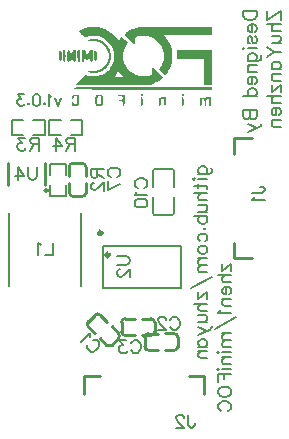
<source format=gbo>
G04 Layer: BottomSilkLayer*
G04 EasyEDA v6.4.20.6, 2021-08-18T09:30:06+08:00*
G04 2d57448aed11401ea87c12970cfe30e9,34bb6763e28e4bbdb854ef51fa08daf4,10*
G04 Gerber Generator version 0.2*
G04 Scale: 100 percent, Rotated: No, Reflected: No *
G04 Dimensions in millimeters *
G04 leading zeros omitted , absolute positions ,4 integer and 5 decimal *
%FSLAX45Y45*%
%MOMM*%

%ADD10C,0.2540*%
%ADD11C,0.2000*%
%ADD32C,0.3000*%
%ADD42C,0.1524*%
%ADD44C,0.2032*%

%LPD*%
G36*
X312216Y-557530D02*
G01*
X303682Y-557885D01*
X286562Y-560019D01*
X262788Y-563727D01*
X251206Y-566826D01*
X237947Y-571144D01*
X224637Y-576122D01*
X189839Y-591413D01*
X209804Y-616102D01*
X217474Y-624332D01*
X225094Y-631596D01*
X231749Y-636930D01*
X234442Y-638606D01*
X240690Y-641197D01*
X246837Y-642213D01*
X253441Y-641553D01*
X264566Y-638200D01*
X269697Y-637184D01*
X275894Y-636270D01*
X290830Y-634847D01*
X307441Y-634136D01*
X322275Y-634187D01*
X334619Y-634796D01*
X346202Y-635965D01*
X356971Y-637590D01*
X366725Y-639673D01*
X375259Y-642162D01*
X379069Y-643585D01*
X384149Y-645922D01*
X389940Y-648919D01*
X396189Y-652526D01*
X409295Y-661009D01*
X415747Y-665632D01*
X427532Y-674979D01*
X435864Y-682752D01*
X443687Y-691134D01*
X450951Y-700227D01*
X457758Y-710031D01*
X460959Y-715162D01*
X466953Y-726033D01*
X473303Y-739190D01*
X478688Y-751738D01*
X480720Y-757275D01*
X482244Y-762508D01*
X483463Y-767740D01*
X484276Y-773125D01*
X484784Y-778916D01*
X485038Y-785215D01*
X484835Y-800404D01*
X484073Y-818184D01*
X482904Y-832815D01*
X481126Y-845058D01*
X478485Y-855980D01*
X476758Y-861263D01*
X472287Y-872083D01*
X466343Y-884123D01*
X460756Y-893978D01*
X454304Y-903630D01*
X447192Y-912977D01*
X439521Y-921867D01*
X431342Y-930097D01*
X427177Y-933958D01*
X418642Y-940917D01*
X409600Y-947369D01*
X399999Y-953363D01*
X390144Y-958697D01*
X380339Y-963269D01*
X370789Y-966978D01*
X361086Y-969822D01*
X350926Y-972058D01*
X340614Y-973683D01*
X330047Y-974648D01*
X319125Y-974953D01*
X307695Y-974598D01*
X294487Y-973582D01*
X280009Y-972058D01*
X267004Y-970381D01*
X257048Y-968756D01*
X250952Y-967536D01*
X248158Y-967435D01*
X245364Y-967841D01*
X242316Y-968806D01*
X238963Y-970483D01*
X235204Y-972921D01*
X230886Y-976121D01*
X224944Y-981151D01*
X489864Y-981151D01*
X513537Y-948283D01*
X522985Y-935634D01*
X524611Y-933754D01*
X530047Y-940714D01*
X558749Y-981151D01*
X224944Y-981151D01*
X213664Y-991514D01*
X197459Y-1007313D01*
X154432Y-1049934D01*
X798423Y-1046937D01*
X844092Y-1025398D01*
X851916Y-1021334D01*
X866495Y-1012952D01*
X878382Y-1005128D01*
X882853Y-1001725D01*
X886002Y-998778D01*
X897890Y-986129D01*
X847750Y-935736D01*
X832205Y-920750D01*
X819810Y-909370D01*
X815289Y-905510D01*
X812088Y-903071D01*
X810412Y-902208D01*
X808837Y-904646D01*
X807516Y-911250D01*
X806653Y-921003D01*
X806348Y-932942D01*
X806348Y-963676D01*
X785977Y-969771D01*
X781253Y-970991D01*
X775563Y-972159D01*
X762203Y-974090D01*
X747623Y-975410D01*
X733552Y-975868D01*
X726084Y-975664D01*
X718312Y-975106D01*
X710387Y-974191D01*
X702411Y-972972D01*
X694537Y-971397D01*
X686917Y-969568D01*
X679653Y-967486D01*
X672846Y-965200D01*
X666597Y-962609D01*
X659841Y-959358D01*
X645566Y-951382D01*
X631748Y-942340D01*
X625551Y-937717D01*
X620115Y-933246D01*
X612495Y-925931D01*
X605028Y-917600D01*
X597916Y-908405D01*
X591159Y-898448D01*
X584911Y-887882D01*
X579221Y-876858D01*
X573125Y-863498D01*
X568655Y-851966D01*
X566978Y-846582D01*
X565607Y-841298D01*
X564540Y-835964D01*
X563118Y-824687D01*
X562559Y-811733D01*
X562508Y-796594D01*
X563118Y-783336D01*
X563727Y-777494D01*
X564642Y-772007D01*
X565810Y-766572D01*
X567385Y-761187D01*
X569315Y-755599D01*
X571652Y-749655D01*
X577850Y-736041D01*
X601065Y-689457D01*
X578916Y-666851D01*
X569874Y-658114D01*
X561594Y-650951D01*
X555040Y-646074D01*
X551129Y-644296D01*
X548132Y-645617D01*
X544169Y-649224D01*
X539800Y-654558D01*
X535533Y-661111D01*
X525627Y-677875D01*
X517601Y-665022D01*
X512368Y-658012D01*
X504088Y-648360D01*
X493928Y-637387D01*
X482955Y-626364D01*
X478790Y-622452D01*
X469341Y-614527D01*
X458724Y-606602D01*
X447344Y-598982D01*
X435609Y-591870D01*
X423824Y-585520D01*
X412648Y-580288D01*
X400862Y-575462D01*
X388467Y-570941D01*
X376072Y-566928D01*
X364388Y-563676D01*
X354076Y-561289D01*
X343255Y-559714D01*
X330098Y-558393D01*
G37*
G36*
X767181Y-558139D02*
G01*
X725474Y-558495D01*
X716940Y-559206D01*
X697331Y-561543D01*
X687933Y-562965D01*
X682904Y-563981D01*
X669848Y-567740D01*
X654202Y-573278D01*
X637844Y-579932D01*
X622401Y-587095D01*
X607720Y-594969D01*
X601014Y-598881D01*
X589889Y-606196D01*
X585876Y-609346D01*
X583082Y-611987D01*
X572973Y-623417D01*
X623062Y-673862D01*
X638556Y-688898D01*
X650900Y-700278D01*
X658571Y-706577D01*
X660247Y-707440D01*
X661771Y-705002D01*
X663041Y-698347D01*
X663905Y-688441D01*
X664260Y-666394D01*
X664565Y-658723D01*
X665226Y-652983D01*
X666496Y-648766D01*
X668477Y-645718D01*
X671423Y-643432D01*
X675487Y-641502D01*
X680821Y-639572D01*
X684936Y-638403D01*
X690372Y-637336D01*
X704240Y-635558D01*
X720547Y-634390D01*
X737362Y-634085D01*
X749808Y-634441D01*
X761695Y-635304D01*
X772871Y-636727D01*
X783082Y-638556D01*
X792226Y-640892D01*
X800150Y-643585D01*
X805230Y-645922D01*
X810971Y-648919D01*
X817219Y-652526D01*
X830326Y-661009D01*
X836828Y-665632D01*
X848614Y-674979D01*
X856945Y-682752D01*
X864768Y-691184D01*
X868476Y-695604D01*
X875487Y-705053D01*
X882040Y-715264D01*
X888085Y-726186D01*
X894181Y-738886D01*
X899363Y-751128D01*
X901395Y-756716D01*
X903071Y-762101D01*
X904443Y-767384D01*
X905510Y-772769D01*
X906322Y-778357D01*
X907237Y-790651D01*
X907491Y-805332D01*
X907237Y-820470D01*
X906881Y-826973D01*
X906271Y-832916D01*
X905408Y-838504D01*
X904240Y-843940D01*
X902716Y-849325D01*
X900836Y-854913D01*
X895705Y-867206D01*
X888492Y-882142D01*
X869492Y-920242D01*
X891641Y-942797D01*
X900684Y-951534D01*
X908964Y-958748D01*
X915517Y-963574D01*
X919480Y-965352D01*
X920953Y-964742D01*
X923036Y-963066D01*
X925626Y-960424D01*
X931926Y-952601D01*
X939037Y-942289D01*
X946302Y-930249D01*
X953769Y-916584D01*
X960678Y-902665D01*
X966165Y-890320D01*
X969264Y-881786D01*
X971448Y-873201D01*
X973582Y-862837D01*
X975512Y-851306D01*
X977137Y-839216D01*
X978357Y-827176D01*
X979119Y-815238D01*
X979373Y-802487D01*
X979119Y-789635D01*
X978408Y-777087D01*
X977290Y-765352D01*
X975766Y-754888D01*
X973277Y-743915D01*
X969365Y-730148D01*
X964742Y-716381D01*
X959967Y-704392D01*
X957732Y-699566D01*
X952195Y-689406D01*
X945032Y-677367D01*
X937107Y-664870D01*
X929386Y-653491D01*
X911606Y-628497D01*
X1316837Y-628497D01*
X1316837Y-560171D01*
X881380Y-558241D01*
G37*
G36*
X321259Y-661568D02*
G01*
X304850Y-661924D01*
X290677Y-663041D01*
X278536Y-664413D01*
X269748Y-666038D01*
X266954Y-666800D01*
X265480Y-667562D01*
X264718Y-669391D01*
X265226Y-671576D01*
X266903Y-673963D01*
X269646Y-676148D01*
X274370Y-677824D01*
X281533Y-678738D01*
X290169Y-678789D01*
X304546Y-677418D01*
X310337Y-677265D01*
X316484Y-677418D01*
X322935Y-677926D01*
X329590Y-678789D01*
X336397Y-679958D01*
X343154Y-681431D01*
X349859Y-683209D01*
X356920Y-685495D01*
X363778Y-688136D01*
X370382Y-691184D01*
X376732Y-694588D01*
X382879Y-698398D01*
X388721Y-702614D01*
X394360Y-707136D01*
X399796Y-712063D01*
X404571Y-717092D01*
X409295Y-722680D01*
X413867Y-728726D01*
X418185Y-735126D01*
X422249Y-741781D01*
X425958Y-748588D01*
X429259Y-755497D01*
X432054Y-762355D01*
X436372Y-774903D01*
X439928Y-787095D01*
X442315Y-797509D01*
X443179Y-804824D01*
X442976Y-807974D01*
X442366Y-811987D01*
X440080Y-822096D01*
X436778Y-833729D01*
X432663Y-845616D01*
X430123Y-851814D01*
X427024Y-858215D01*
X423468Y-864666D01*
X419557Y-871067D01*
X415391Y-877214D01*
X411073Y-882954D01*
X406704Y-888136D01*
X402437Y-892606D01*
X393344Y-900684D01*
X383235Y-908608D01*
X373329Y-915517D01*
X368858Y-918311D01*
X364896Y-920496D01*
X360273Y-922528D01*
X354990Y-924306D01*
X349097Y-925880D01*
X342595Y-927150D01*
X335635Y-928116D01*
X328117Y-928878D01*
X320192Y-929284D01*
X304596Y-929538D01*
X290982Y-930148D01*
X279603Y-931265D01*
X275183Y-931976D01*
X271881Y-932738D01*
X269798Y-933602D01*
X267157Y-935634D01*
X266090Y-937564D01*
X266649Y-939444D01*
X268782Y-941222D01*
X273050Y-942848D01*
X280314Y-944626D01*
X289712Y-946353D01*
X300075Y-947775D01*
X306425Y-948334D01*
X313029Y-948537D01*
X319836Y-948334D01*
X326847Y-947775D01*
X333959Y-946912D01*
X341172Y-945642D01*
X348488Y-944016D01*
X355854Y-942035D01*
X363372Y-939596D01*
X370687Y-936802D01*
X377698Y-933602D01*
X384505Y-930046D01*
X391058Y-926033D01*
X397459Y-921562D01*
X403707Y-916686D01*
X409803Y-911402D01*
X414782Y-906576D01*
X424891Y-895603D01*
X429717Y-889812D01*
X438200Y-878433D01*
X441553Y-873252D01*
X444195Y-868629D01*
X446379Y-863803D01*
X448564Y-858164D01*
X452526Y-845210D01*
X455625Y-831392D01*
X456742Y-824687D01*
X457504Y-818388D01*
X457911Y-812038D01*
X458063Y-805281D01*
X457657Y-791362D01*
X457149Y-784606D01*
X455472Y-772566D01*
X454355Y-767689D01*
X452882Y-762914D01*
X448462Y-751738D01*
X442671Y-739648D01*
X436168Y-728065D01*
X432917Y-722934D01*
X429412Y-718007D01*
X425399Y-712876D01*
X416458Y-702767D01*
X407212Y-693826D01*
X402844Y-690118D01*
X398830Y-687171D01*
X390093Y-681736D01*
X379933Y-676198D01*
X369620Y-671169D01*
X360426Y-667359D01*
X355346Y-665683D01*
X349605Y-664311D01*
X343255Y-663244D01*
X336397Y-662381D01*
X329031Y-661822D01*
G37*
G36*
X64008Y-754837D02*
G01*
X60655Y-755040D01*
X58115Y-755954D01*
X56286Y-758088D01*
X55067Y-761898D01*
X54457Y-767892D01*
X54254Y-776478D01*
X54813Y-803452D01*
X55930Y-828598D01*
X56692Y-837184D01*
X57708Y-843635D01*
X59029Y-848156D01*
X60756Y-851153D01*
X62890Y-852932D01*
X65532Y-853846D01*
X68326Y-854049D01*
X70459Y-853236D01*
X72085Y-851052D01*
X73253Y-847039D01*
X74015Y-840841D01*
X74472Y-832103D01*
X74777Y-805230D01*
X74472Y-777443D01*
X74015Y-768553D01*
X73152Y-762304D01*
X71831Y-758342D01*
X69951Y-756056D01*
X67360Y-755040D01*
G37*
G36*
X101092Y-754837D02*
G01*
X97790Y-755091D01*
X95300Y-756107D01*
X93421Y-758393D01*
X92151Y-762457D01*
X91287Y-768654D01*
X90830Y-777544D01*
X90525Y-805180D01*
X90779Y-833780D01*
X91236Y-842670D01*
X92100Y-848614D01*
X93573Y-852169D01*
X95656Y-853897D01*
X98552Y-854252D01*
X102362Y-853897D01*
X108305Y-851712D01*
X114147Y-846785D01*
X119887Y-839114D01*
X125628Y-828497D01*
X137058Y-804824D01*
X138785Y-828497D01*
X140106Y-840486D01*
X142189Y-847699D01*
X145694Y-851255D01*
X151079Y-852169D01*
X154279Y-851916D01*
X156819Y-850849D01*
X158750Y-848563D01*
X160172Y-844600D01*
X161239Y-838555D01*
X162001Y-829970D01*
X163118Y-803503D01*
X164642Y-754837D01*
X151384Y-754837D01*
X147675Y-755091D01*
X144272Y-755954D01*
X141173Y-757529D01*
X138176Y-759917D01*
X135178Y-763219D01*
X132080Y-767588D01*
X128727Y-773074D01*
X112064Y-804824D01*
X111861Y-779830D01*
X111353Y-766876D01*
X109778Y-759307D01*
X106527Y-755700D01*
G37*
G36*
X185267Y-754837D02*
G01*
X181813Y-755040D01*
X179222Y-755954D01*
X177342Y-758037D01*
X176123Y-761847D01*
X175463Y-767791D01*
X175260Y-776427D01*
X175869Y-803503D01*
X176987Y-829970D01*
X177749Y-838555D01*
X178765Y-844600D01*
X180238Y-848563D01*
X182168Y-850849D01*
X184658Y-851916D01*
X187909Y-852169D01*
X191109Y-851966D01*
X193598Y-851001D01*
X195529Y-848918D01*
X197002Y-845464D01*
X198069Y-840282D01*
X198831Y-832916D01*
X199999Y-810564D01*
X200355Y-793851D01*
X200304Y-779068D01*
X199745Y-767892D01*
X199339Y-764133D01*
X198831Y-761847D01*
X196951Y-759155D01*
X193751Y-756920D01*
X189687Y-755396D01*
G37*
G36*
X211582Y-754837D02*
G01*
X211632Y-820318D01*
X211886Y-832256D01*
X212344Y-841095D01*
X213207Y-847242D01*
X214477Y-851255D01*
X216357Y-853541D01*
X218846Y-854608D01*
X222097Y-854811D01*
X227634Y-853897D01*
X230886Y-849985D01*
X232511Y-841603D01*
X233171Y-827176D01*
X233679Y-799541D01*
X241757Y-819302D01*
X245516Y-826973D01*
X249682Y-833221D01*
X253796Y-837488D01*
X257302Y-839012D01*
X261010Y-837285D01*
X265531Y-832459D01*
X270357Y-825347D01*
X274878Y-816660D01*
X285038Y-794308D01*
X285292Y-833831D01*
X285546Y-840790D01*
X286054Y-846074D01*
X286918Y-849833D01*
X288086Y-852322D01*
X289712Y-853643D01*
X291846Y-854100D01*
X294487Y-853846D01*
X297129Y-852932D01*
X299313Y-851153D01*
X300990Y-848156D01*
X302310Y-843635D01*
X303326Y-837184D01*
X304088Y-828598D01*
X305206Y-803452D01*
X306730Y-754837D01*
X286766Y-754989D01*
X283006Y-755650D01*
X279806Y-756869D01*
X277012Y-758850D01*
X274472Y-761695D01*
X272034Y-765606D01*
X269494Y-770737D01*
X257556Y-799541D01*
X250596Y-783793D01*
X247904Y-777138D01*
X245617Y-770686D01*
X244043Y-765200D01*
X243433Y-761390D01*
X242112Y-758799D01*
X238709Y-756716D01*
X233679Y-755345D01*
X227380Y-754837D01*
G37*
G36*
X1022096Y-754837D02*
G01*
X1022096Y-828497D01*
X1248460Y-828497D01*
X1248460Y-1049578D01*
X1316837Y-1049578D01*
X1316837Y-754837D01*
G37*
G36*
X36322Y-760069D02*
G01*
X33172Y-760577D01*
X29667Y-761949D01*
X26162Y-763930D01*
X23164Y-766419D01*
X20726Y-771194D01*
X18694Y-779526D01*
X17373Y-790244D01*
X16865Y-802182D01*
X17373Y-814120D01*
X18694Y-824890D01*
X20726Y-833221D01*
X23164Y-837996D01*
X26162Y-840435D01*
X29667Y-842467D01*
X33172Y-843787D01*
X36322Y-844296D01*
X38049Y-843787D01*
X39522Y-842111D01*
X40690Y-839165D01*
X41656Y-834898D01*
X42316Y-829157D01*
X42824Y-821893D01*
X43180Y-802182D01*
X42824Y-782523D01*
X42316Y-775258D01*
X41656Y-769518D01*
X40690Y-765251D01*
X39522Y-762304D01*
X38049Y-760628D01*
G37*
G36*
X324561Y-760069D02*
G01*
X322478Y-760526D01*
X320802Y-761949D01*
X319430Y-764590D01*
X318414Y-768604D01*
X317703Y-774192D01*
X317195Y-781507D01*
X316839Y-802182D01*
X317195Y-822909D01*
X317703Y-830224D01*
X318414Y-835812D01*
X319430Y-839825D01*
X320802Y-842416D01*
X322478Y-843889D01*
X324561Y-844296D01*
X328015Y-843483D01*
X331622Y-841298D01*
X335026Y-838098D01*
X337718Y-834136D01*
X339852Y-828446D01*
X341579Y-820521D01*
X342747Y-811428D01*
X343154Y-802182D01*
X342747Y-792937D01*
X341579Y-783844D01*
X339852Y-775919D01*
X337718Y-770280D01*
X335026Y-766318D01*
X331622Y-763066D01*
X328015Y-760882D01*
G37*
G36*
X1316837Y-1065326D02*
G01*
X490423Y-1067257D01*
X318262Y-1068019D01*
X259435Y-1068527D01*
X215798Y-1069238D01*
X185064Y-1070152D01*
X164947Y-1071372D01*
X158191Y-1072032D01*
X153263Y-1072845D01*
X149809Y-1073708D01*
X147269Y-1074928D01*
X146151Y-1076299D01*
X145796Y-1077823D01*
X145999Y-1080414D01*
X146659Y-1081582D01*
X148082Y-1082598D01*
X151384Y-1083767D01*
X155498Y-1084580D01*
X161340Y-1085342D01*
X169113Y-1086002D01*
X191617Y-1087120D01*
X225399Y-1087983D01*
X272592Y-1088644D01*
X335584Y-1089152D01*
X517753Y-1089863D01*
X1316837Y-1091692D01*
G37*
G36*
X719480Y-1123238D02*
G01*
X716381Y-1124051D01*
X713892Y-1126337D01*
X712216Y-1129639D01*
X711606Y-1133754D01*
X712216Y-1137869D01*
X713892Y-1141222D01*
X716381Y-1143457D01*
X719480Y-1144320D01*
X722579Y-1143457D01*
X725068Y-1141222D01*
X726744Y-1137869D01*
X727405Y-1133754D01*
X726744Y-1129639D01*
X725068Y-1126337D01*
X722579Y-1124051D01*
G37*
G36*
X1066850Y-1123238D02*
G01*
X1063752Y-1124051D01*
X1061262Y-1126337D01*
X1059586Y-1129639D01*
X1058976Y-1133754D01*
X1059586Y-1137869D01*
X1061262Y-1141222D01*
X1063752Y-1143457D01*
X1066850Y-1144320D01*
X1069949Y-1143457D01*
X1072438Y-1141222D01*
X1074115Y-1137869D01*
X1074775Y-1133754D01*
X1074115Y-1129639D01*
X1072438Y-1126337D01*
X1069949Y-1124051D01*
G37*
G36*
X161747Y-1133754D02*
G01*
X152806Y-1134262D01*
X144526Y-1135634D01*
X137871Y-1137615D01*
X133705Y-1140104D01*
X131267Y-1143304D01*
X129235Y-1147318D01*
X127863Y-1151686D01*
X127406Y-1155903D01*
X127965Y-1159560D01*
X129539Y-1162558D01*
X131826Y-1164590D01*
X134670Y-1165352D01*
X137718Y-1164539D01*
X140614Y-1162253D01*
X143052Y-1158900D01*
X146761Y-1150162D01*
X150114Y-1146911D01*
X154889Y-1144930D01*
X161086Y-1144320D01*
X165506Y-1144422D01*
X168859Y-1144981D01*
X171246Y-1146352D01*
X172923Y-1148892D01*
X173939Y-1153058D01*
X174498Y-1159103D01*
X174752Y-1178509D01*
X174752Y-1212697D01*
X158953Y-1212697D01*
X152044Y-1212240D01*
X147116Y-1210767D01*
X144170Y-1208278D01*
X143154Y-1204823D01*
X142544Y-1201775D01*
X140868Y-1199235D01*
X138328Y-1197559D01*
X135280Y-1196949D01*
X132232Y-1197660D01*
X129692Y-1199692D01*
X128016Y-1202740D01*
X127406Y-1206398D01*
X127863Y-1210564D01*
X129235Y-1214932D01*
X131267Y-1218996D01*
X133705Y-1222197D01*
X137668Y-1224635D01*
X143713Y-1226667D01*
X151130Y-1227988D01*
X158953Y-1228496D01*
X166827Y-1227988D01*
X174193Y-1226667D01*
X180289Y-1224635D01*
X184251Y-1222197D01*
X185572Y-1220165D01*
X186791Y-1216914D01*
X187858Y-1212545D01*
X188772Y-1207211D01*
X189534Y-1200962D01*
X190449Y-1186434D01*
X190449Y-1170736D01*
X189941Y-1156766D01*
X188976Y-1145692D01*
X188417Y-1141628D01*
X187756Y-1138732D01*
X187045Y-1137310D01*
X183946Y-1135938D01*
X178155Y-1134821D01*
X170484Y-1134059D01*
G37*
G36*
X358648Y-1133754D02*
G01*
X347065Y-1134211D01*
X338785Y-1135684D01*
X333400Y-1138275D01*
X330555Y-1142085D01*
X329336Y-1147927D01*
X328320Y-1157579D01*
X327660Y-1169771D01*
X327406Y-1183132D01*
X327507Y-1189990D01*
X328422Y-1202690D01*
X329184Y-1208278D01*
X330058Y-1212697D01*
X342646Y-1212697D01*
X344779Y-1169365D01*
X345440Y-1161338D01*
X346303Y-1155446D01*
X347624Y-1151331D01*
X349504Y-1148588D01*
X352145Y-1146911D01*
X355650Y-1145895D01*
X374751Y-1143609D01*
X374751Y-1212697D01*
X330058Y-1212697D01*
X331216Y-1217168D01*
X332384Y-1220266D01*
X333705Y-1222197D01*
X337667Y-1224635D01*
X343712Y-1226667D01*
X351129Y-1227988D01*
X358952Y-1228496D01*
X366826Y-1227988D01*
X374192Y-1226667D01*
X380288Y-1224635D01*
X384200Y-1222197D01*
X385572Y-1220165D01*
X386791Y-1216914D01*
X387858Y-1212545D01*
X388772Y-1207211D01*
X389534Y-1200962D01*
X390448Y-1186434D01*
X390448Y-1170736D01*
X389940Y-1156766D01*
X388975Y-1145692D01*
X388416Y-1141628D01*
X387756Y-1138732D01*
X387045Y-1137310D01*
X383692Y-1135938D01*
X377240Y-1134821D01*
X368604Y-1134059D01*
G37*
G36*
X548436Y-1133754D02*
G01*
X538226Y-1134211D01*
X529844Y-1135329D01*
X524205Y-1137005D01*
X522122Y-1139037D01*
X523595Y-1141069D01*
X527558Y-1142746D01*
X533400Y-1143863D01*
X550570Y-1144727D01*
X556107Y-1146759D01*
X558444Y-1151483D01*
X558952Y-1160068D01*
X558444Y-1168501D01*
X556310Y-1173226D01*
X551586Y-1175410D01*
X537057Y-1176274D01*
X532028Y-1177442D01*
X528624Y-1179118D01*
X527405Y-1181150D01*
X528624Y-1183182D01*
X532028Y-1184859D01*
X537057Y-1185976D01*
X551942Y-1186891D01*
X556666Y-1189482D01*
X558596Y-1195781D01*
X559409Y-1217168D01*
X560781Y-1223670D01*
X563219Y-1227378D01*
X566877Y-1228496D01*
X569061Y-1228039D01*
X570788Y-1226515D01*
X572160Y-1223721D01*
X573227Y-1219301D01*
X573938Y-1213104D01*
X574446Y-1204823D01*
X574751Y-1181150D01*
X574751Y-1133754D01*
G37*
G36*
X1306322Y-1154785D02*
G01*
X1214221Y-1157478D01*
X1212291Y-1202893D01*
X1212240Y-1210868D01*
X1212443Y-1217066D01*
X1212951Y-1221689D01*
X1213866Y-1224991D01*
X1215237Y-1227074D01*
X1217015Y-1228191D01*
X1219250Y-1228496D01*
X1221435Y-1228191D01*
X1223264Y-1227074D01*
X1224635Y-1225092D01*
X1225753Y-1222044D01*
X1226515Y-1217777D01*
X1227023Y-1212240D01*
X1227683Y-1178915D01*
X1228191Y-1173327D01*
X1229106Y-1169568D01*
X1230579Y-1167231D01*
X1232662Y-1166114D01*
X1235506Y-1165910D01*
X1239215Y-1166317D01*
X1242771Y-1167028D01*
X1245565Y-1168146D01*
X1247698Y-1169974D01*
X1249324Y-1172768D01*
X1250543Y-1176731D01*
X1251458Y-1182166D01*
X1252118Y-1189228D01*
X1252626Y-1198270D01*
X1253642Y-1210005D01*
X1255166Y-1219606D01*
X1256995Y-1226108D01*
X1258976Y-1228496D01*
X1260906Y-1226108D01*
X1262786Y-1219606D01*
X1264310Y-1210005D01*
X1266494Y-1182166D01*
X1267358Y-1176731D01*
X1268577Y-1172768D01*
X1270203Y-1169974D01*
X1272387Y-1168146D01*
X1275181Y-1167028D01*
X1278686Y-1166317D01*
X1282395Y-1165910D01*
X1285240Y-1166114D01*
X1287373Y-1167231D01*
X1288796Y-1169568D01*
X1289761Y-1173327D01*
X1290269Y-1178915D01*
X1290929Y-1212037D01*
X1291437Y-1217625D01*
X1292199Y-1221892D01*
X1293215Y-1224991D01*
X1294587Y-1227023D01*
X1296314Y-1228140D01*
X1298448Y-1228496D01*
X1300581Y-1228140D01*
X1302308Y-1226870D01*
X1303680Y-1224584D01*
X1304747Y-1221079D01*
X1305509Y-1216152D01*
X1306271Y-1201623D01*
G37*
G36*
X719480Y-1154836D02*
G01*
X717346Y-1155192D01*
X715619Y-1156462D01*
X714248Y-1158798D01*
X713181Y-1162304D01*
X712419Y-1167180D01*
X711657Y-1181709D01*
X711657Y-1201623D01*
X712419Y-1216152D01*
X713181Y-1221079D01*
X714248Y-1224584D01*
X715619Y-1226870D01*
X717346Y-1228140D01*
X719480Y-1228496D01*
X721614Y-1228140D01*
X723341Y-1226870D01*
X724763Y-1224584D01*
X725779Y-1221079D01*
X726541Y-1216152D01*
X727049Y-1209751D01*
X727405Y-1191666D01*
X727049Y-1173581D01*
X726541Y-1167180D01*
X725779Y-1162304D01*
X724763Y-1158798D01*
X723341Y-1156462D01*
X721614Y-1155192D01*
G37*
G36*
X896366Y-1154836D02*
G01*
X884326Y-1155293D01*
X875792Y-1156716D01*
X870305Y-1159306D01*
X867410Y-1163167D01*
X866190Y-1168654D01*
X865174Y-1177391D01*
X864463Y-1188262D01*
X864209Y-1199997D01*
X864616Y-1213459D01*
X865886Y-1222298D01*
X868273Y-1227074D01*
X871880Y-1228496D01*
X875487Y-1226921D01*
X878128Y-1221740D01*
X879906Y-1212392D01*
X881583Y-1189888D01*
X882294Y-1183081D01*
X883158Y-1177696D01*
X884275Y-1173581D01*
X885698Y-1170533D01*
X887526Y-1168400D01*
X889762Y-1167028D01*
X892556Y-1166215D01*
X896721Y-1166012D01*
X900836Y-1166977D01*
X904392Y-1168806D01*
X906932Y-1171397D01*
X908710Y-1176121D01*
X910132Y-1183792D01*
X911148Y-1193241D01*
X911961Y-1213205D01*
X913130Y-1221181D01*
X914806Y-1226515D01*
X916838Y-1228496D01*
X917956Y-1227785D01*
X918971Y-1225702D01*
X919835Y-1222400D01*
X921258Y-1212596D01*
X922019Y-1199286D01*
X922121Y-1154836D01*
G37*
G36*
X1066850Y-1154836D02*
G01*
X1064717Y-1155192D01*
X1062990Y-1156462D01*
X1061618Y-1158798D01*
X1060551Y-1162304D01*
X1059789Y-1167180D01*
X1059027Y-1181709D01*
X1059027Y-1201623D01*
X1059789Y-1216152D01*
X1060551Y-1221079D01*
X1061618Y-1224584D01*
X1062990Y-1226870D01*
X1064717Y-1228140D01*
X1066850Y-1228496D01*
X1068984Y-1228140D01*
X1070711Y-1226870D01*
X1072134Y-1224584D01*
X1073150Y-1221079D01*
X1073912Y-1216152D01*
X1074420Y-1209751D01*
X1074775Y-1191666D01*
X1074420Y-1173581D01*
X1073912Y-1167180D01*
X1073150Y-1162304D01*
X1072134Y-1158798D01*
X1070711Y-1156462D01*
X1068984Y-1155192D01*
G37*
D11*
X1579572Y-424606D02*
G01*
X1694116Y-424606D01*
X1579572Y-424606D02*
G01*
X1579572Y-462787D01*
X1585026Y-479153D01*
X1595935Y-490059D01*
X1606844Y-495515D01*
X1623207Y-500969D01*
X1650479Y-500969D01*
X1666844Y-495515D01*
X1677753Y-490059D01*
X1688663Y-479153D01*
X1694116Y-462787D01*
X1694116Y-424606D01*
X1650479Y-536971D02*
G01*
X1650479Y-602424D01*
X1639572Y-602424D01*
X1628663Y-596971D01*
X1623207Y-591515D01*
X1617753Y-580605D01*
X1617753Y-564243D01*
X1623207Y-553333D01*
X1634116Y-542424D01*
X1650479Y-536971D01*
X1661388Y-536971D01*
X1677753Y-542424D01*
X1688663Y-553333D01*
X1694116Y-564243D01*
X1694116Y-580605D01*
X1688663Y-591515D01*
X1677753Y-602424D01*
X1634116Y-698423D02*
G01*
X1623207Y-692970D01*
X1617753Y-676605D01*
X1617753Y-660242D01*
X1623207Y-643879D01*
X1634116Y-638423D01*
X1645025Y-643879D01*
X1650479Y-654789D01*
X1655935Y-682061D01*
X1661388Y-692970D01*
X1672297Y-698423D01*
X1677753Y-698423D01*
X1688663Y-692970D01*
X1694116Y-676605D01*
X1694116Y-660242D01*
X1688663Y-643879D01*
X1677753Y-638423D01*
X1579572Y-734423D02*
G01*
X1585026Y-739879D01*
X1579572Y-745332D01*
X1574116Y-739879D01*
X1579572Y-734423D01*
X1617753Y-739879D02*
G01*
X1694116Y-739879D01*
X1617753Y-846787D02*
G01*
X1705025Y-846787D01*
X1721388Y-841334D01*
X1726844Y-835878D01*
X1732297Y-824969D01*
X1732297Y-808606D01*
X1726844Y-797697D01*
X1634116Y-846787D02*
G01*
X1623207Y-835878D01*
X1617753Y-824969D01*
X1617753Y-808606D01*
X1623207Y-797697D01*
X1634116Y-786787D01*
X1650479Y-781334D01*
X1661388Y-781334D01*
X1677753Y-786787D01*
X1688663Y-797697D01*
X1694116Y-808606D01*
X1694116Y-824969D01*
X1688663Y-835878D01*
X1677753Y-846787D01*
X1617753Y-882787D02*
G01*
X1694116Y-882787D01*
X1639572Y-882787D02*
G01*
X1623207Y-899152D01*
X1617753Y-910059D01*
X1617753Y-926424D01*
X1623207Y-937333D01*
X1639572Y-942787D01*
X1694116Y-942787D01*
X1650479Y-978786D02*
G01*
X1650479Y-1044242D01*
X1639572Y-1044242D01*
X1628663Y-1038786D01*
X1623207Y-1033332D01*
X1617753Y-1022423D01*
X1617753Y-1006060D01*
X1623207Y-995151D01*
X1634116Y-984242D01*
X1650479Y-978786D01*
X1661388Y-978786D01*
X1677753Y-984242D01*
X1688663Y-995151D01*
X1694116Y-1006060D01*
X1694116Y-1022423D01*
X1688663Y-1033332D01*
X1677753Y-1044242D01*
X1579572Y-1145694D02*
G01*
X1694116Y-1145694D01*
X1634116Y-1145694D02*
G01*
X1623207Y-1134788D01*
X1617753Y-1123878D01*
X1617753Y-1107513D01*
X1623207Y-1096604D01*
X1634116Y-1085695D01*
X1650479Y-1080241D01*
X1661388Y-1080241D01*
X1677753Y-1085695D01*
X1688663Y-1096604D01*
X1694116Y-1107513D01*
X1694116Y-1123878D01*
X1688663Y-1134788D01*
X1677753Y-1145694D01*
X1579572Y-1265694D02*
G01*
X1694116Y-1265694D01*
X1579572Y-1265694D02*
G01*
X1579572Y-1314787D01*
X1585026Y-1331150D01*
X1590479Y-1336603D01*
X1601388Y-1342059D01*
X1612298Y-1342059D01*
X1623207Y-1336603D01*
X1628663Y-1331150D01*
X1634116Y-1314787D01*
X1634116Y-1265694D02*
G01*
X1634116Y-1314787D01*
X1639572Y-1331150D01*
X1645025Y-1336603D01*
X1655935Y-1342059D01*
X1672297Y-1342059D01*
X1683207Y-1336603D01*
X1688663Y-1331150D01*
X1694116Y-1314787D01*
X1694116Y-1265694D01*
X1617753Y-1383515D02*
G01*
X1694116Y-1416240D01*
X1617753Y-1448968D02*
G01*
X1694116Y-1416240D01*
X1715935Y-1405331D01*
X1726844Y-1394421D01*
X1732297Y-1383515D01*
X1732297Y-1378059D01*
X1782772Y-500969D02*
G01*
X1897316Y-424606D01*
X1782772Y-424606D02*
G01*
X1782772Y-500969D01*
X1897316Y-424606D02*
G01*
X1897316Y-500969D01*
X1782772Y-536971D02*
G01*
X1897316Y-536971D01*
X1842772Y-536971D02*
G01*
X1826407Y-553333D01*
X1820953Y-564243D01*
X1820953Y-580605D01*
X1826407Y-591515D01*
X1842772Y-596971D01*
X1897316Y-596971D01*
X1820953Y-632970D02*
G01*
X1875497Y-632970D01*
X1891863Y-638423D01*
X1897316Y-649333D01*
X1897316Y-665695D01*
X1891863Y-676605D01*
X1875497Y-692970D01*
X1820953Y-692970D02*
G01*
X1897316Y-692970D01*
X1782772Y-728969D02*
G01*
X1837316Y-772607D01*
X1897316Y-772607D01*
X1782772Y-816241D02*
G01*
X1837316Y-772607D01*
X1820953Y-917696D02*
G01*
X1897316Y-917696D01*
X1837316Y-917696D02*
G01*
X1826407Y-906787D01*
X1820953Y-895878D01*
X1820953Y-879515D01*
X1826407Y-868606D01*
X1837316Y-857697D01*
X1853679Y-852241D01*
X1864588Y-852241D01*
X1880953Y-857697D01*
X1891863Y-868606D01*
X1897316Y-879515D01*
X1897316Y-895878D01*
X1891863Y-906787D01*
X1880953Y-917696D01*
X1820953Y-953696D02*
G01*
X1897316Y-953696D01*
X1842772Y-953696D02*
G01*
X1826407Y-970059D01*
X1820953Y-980968D01*
X1820953Y-997333D01*
X1826407Y-1008242D01*
X1842772Y-1013696D01*
X1897316Y-1013696D01*
X1820953Y-1109695D02*
G01*
X1897316Y-1049695D01*
X1820953Y-1049695D02*
G01*
X1820953Y-1109695D01*
X1897316Y-1049695D02*
G01*
X1897316Y-1109695D01*
X1782772Y-1145694D02*
G01*
X1897316Y-1145694D01*
X1842772Y-1145694D02*
G01*
X1826407Y-1162060D01*
X1820953Y-1172969D01*
X1820953Y-1189332D01*
X1826407Y-1200241D01*
X1842772Y-1205694D01*
X1897316Y-1205694D01*
X1853679Y-1241696D02*
G01*
X1853679Y-1307150D01*
X1842772Y-1307150D01*
X1831863Y-1301696D01*
X1826407Y-1296240D01*
X1820953Y-1285331D01*
X1820953Y-1268968D01*
X1826407Y-1258059D01*
X1837316Y-1247150D01*
X1853679Y-1241696D01*
X1864588Y-1241696D01*
X1880953Y-1247150D01*
X1891863Y-1258059D01*
X1897316Y-1268968D01*
X1897316Y-1285331D01*
X1891863Y-1296240D01*
X1880953Y-1307150D01*
X1820953Y-1343149D02*
G01*
X1897316Y-1343149D01*
X1842772Y-1343149D02*
G01*
X1826407Y-1359514D01*
X1820953Y-1370423D01*
X1820953Y-1386786D01*
X1826407Y-1397695D01*
X1842772Y-1403149D01*
X1897316Y-1403149D01*
D44*
X1199791Y-1805355D02*
G01*
X1287063Y-1805355D01*
X1303426Y-1799899D01*
X1308882Y-1794446D01*
X1314335Y-1783537D01*
X1314335Y-1767171D01*
X1308882Y-1756262D01*
X1216154Y-1805355D02*
G01*
X1205245Y-1794446D01*
X1199791Y-1783537D01*
X1199791Y-1767171D01*
X1205245Y-1756262D01*
X1216154Y-1745353D01*
X1232517Y-1739900D01*
X1243426Y-1739900D01*
X1259791Y-1745353D01*
X1270701Y-1756262D01*
X1276154Y-1767171D01*
X1276154Y-1783537D01*
X1270701Y-1794446D01*
X1259791Y-1805355D01*
X1161608Y-1841355D02*
G01*
X1167063Y-1846808D01*
X1161608Y-1852264D01*
X1156154Y-1846808D01*
X1161608Y-1841355D01*
X1199791Y-1846808D02*
G01*
X1276154Y-1846808D01*
X1161608Y-1904626D02*
G01*
X1254335Y-1904626D01*
X1270701Y-1910082D01*
X1276154Y-1920991D01*
X1276154Y-1931901D01*
X1199791Y-1888263D02*
G01*
X1199791Y-1926445D01*
X1161608Y-1967900D02*
G01*
X1276154Y-1967900D01*
X1221607Y-1967900D02*
G01*
X1205245Y-1984263D01*
X1199791Y-1995172D01*
X1199791Y-2011535D01*
X1205245Y-2022444D01*
X1221607Y-2027900D01*
X1276154Y-2027900D01*
X1199791Y-2063899D02*
G01*
X1254335Y-2063899D01*
X1270701Y-2069355D01*
X1276154Y-2080262D01*
X1276154Y-2096627D01*
X1270701Y-2107537D01*
X1254335Y-2123899D01*
X1199791Y-2123899D02*
G01*
X1276154Y-2123899D01*
X1161608Y-2159899D02*
G01*
X1276154Y-2159899D01*
X1216154Y-2159899D02*
G01*
X1205245Y-2170808D01*
X1199791Y-2181717D01*
X1199791Y-2198082D01*
X1205245Y-2208989D01*
X1216154Y-2219899D01*
X1232517Y-2225354D01*
X1243426Y-2225354D01*
X1259791Y-2219899D01*
X1270701Y-2208989D01*
X1276154Y-2198082D01*
X1276154Y-2181717D01*
X1270701Y-2170808D01*
X1259791Y-2159899D01*
X1248882Y-2266810D02*
G01*
X1254335Y-2261354D01*
X1259791Y-2266810D01*
X1254335Y-2272263D01*
X1248882Y-2266810D01*
X1216154Y-2373718D02*
G01*
X1205245Y-2362809D01*
X1199791Y-2351900D01*
X1199791Y-2335537D01*
X1205245Y-2324628D01*
X1216154Y-2313719D01*
X1232517Y-2308263D01*
X1243426Y-2308263D01*
X1259791Y-2313719D01*
X1270701Y-2324628D01*
X1276154Y-2335537D01*
X1276154Y-2351900D01*
X1270701Y-2362809D01*
X1259791Y-2373718D01*
X1199791Y-2436990D02*
G01*
X1205245Y-2426080D01*
X1216154Y-2415171D01*
X1232517Y-2409718D01*
X1243426Y-2409718D01*
X1259791Y-2415171D01*
X1270701Y-2426080D01*
X1276154Y-2436990D01*
X1276154Y-2453355D01*
X1270701Y-2464264D01*
X1259791Y-2475171D01*
X1243426Y-2480627D01*
X1232517Y-2480627D01*
X1216154Y-2475171D01*
X1205245Y-2464264D01*
X1199791Y-2453355D01*
X1199791Y-2436990D01*
X1199791Y-2516626D02*
G01*
X1276154Y-2516626D01*
X1221607Y-2516626D02*
G01*
X1205245Y-2532992D01*
X1199791Y-2543898D01*
X1199791Y-2560264D01*
X1205245Y-2571173D01*
X1221607Y-2576626D01*
X1276154Y-2576626D01*
X1221607Y-2576626D02*
G01*
X1205245Y-2592992D01*
X1199791Y-2603898D01*
X1199791Y-2620263D01*
X1205245Y-2631173D01*
X1221607Y-2636626D01*
X1276154Y-2636626D01*
X1139791Y-2770809D02*
G01*
X1314335Y-2672626D01*
X1199791Y-2866809D02*
G01*
X1276154Y-2806809D01*
X1199791Y-2806809D02*
G01*
X1199791Y-2866809D01*
X1276154Y-2806809D02*
G01*
X1276154Y-2866809D01*
X1161608Y-2902808D02*
G01*
X1276154Y-2902808D01*
X1221607Y-2902808D02*
G01*
X1205245Y-2919173D01*
X1199791Y-2930083D01*
X1199791Y-2946445D01*
X1205245Y-2957355D01*
X1221607Y-2962808D01*
X1276154Y-2962808D01*
X1199791Y-2998810D02*
G01*
X1254335Y-2998810D01*
X1270701Y-3004263D01*
X1276154Y-3015173D01*
X1276154Y-3031535D01*
X1270701Y-3042445D01*
X1254335Y-3058810D01*
X1199791Y-3058810D02*
G01*
X1276154Y-3058810D01*
X1199791Y-3100263D02*
G01*
X1276154Y-3132990D01*
X1199791Y-3165718D02*
G01*
X1276154Y-3132990D01*
X1297973Y-3122081D01*
X1308882Y-3111172D01*
X1314335Y-3100263D01*
X1314335Y-3094809D01*
X1199791Y-3267171D02*
G01*
X1276154Y-3267171D01*
X1216154Y-3267171D02*
G01*
X1205245Y-3256264D01*
X1199791Y-3245355D01*
X1199791Y-3228990D01*
X1205245Y-3218080D01*
X1216154Y-3207171D01*
X1232517Y-3201718D01*
X1243426Y-3201718D01*
X1259791Y-3207171D01*
X1270701Y-3218080D01*
X1276154Y-3228990D01*
X1276154Y-3245355D01*
X1270701Y-3256264D01*
X1259791Y-3267171D01*
X1199791Y-3303173D02*
G01*
X1276154Y-3303173D01*
X1221607Y-3303173D02*
G01*
X1205245Y-3319536D01*
X1199791Y-3330445D01*
X1199791Y-3346808D01*
X1205245Y-3357717D01*
X1221607Y-3363173D01*
X1276154Y-3363173D01*
X1402991Y-2625399D02*
G01*
X1479354Y-2565400D01*
X1402991Y-2565400D02*
G01*
X1402991Y-2625399D01*
X1479354Y-2565400D02*
G01*
X1479354Y-2625399D01*
X1364808Y-2661399D02*
G01*
X1479354Y-2661399D01*
X1424807Y-2661399D02*
G01*
X1408445Y-2677764D01*
X1402991Y-2688673D01*
X1402991Y-2705036D01*
X1408445Y-2715945D01*
X1424807Y-2721399D01*
X1479354Y-2721399D01*
X1435717Y-2757401D02*
G01*
X1435717Y-2822854D01*
X1424807Y-2822854D01*
X1413901Y-2817401D01*
X1408445Y-2811945D01*
X1402991Y-2801035D01*
X1402991Y-2784673D01*
X1408445Y-2773763D01*
X1419354Y-2762854D01*
X1435717Y-2757401D01*
X1446626Y-2757401D01*
X1462991Y-2762854D01*
X1473901Y-2773763D01*
X1479354Y-2784673D01*
X1479354Y-2801035D01*
X1473901Y-2811945D01*
X1462991Y-2822854D01*
X1402991Y-2858853D02*
G01*
X1479354Y-2858853D01*
X1424807Y-2858853D02*
G01*
X1408445Y-2875219D01*
X1402991Y-2886128D01*
X1402991Y-2902491D01*
X1408445Y-2913400D01*
X1424807Y-2918853D01*
X1479354Y-2918853D01*
X1386626Y-2954855D02*
G01*
X1381173Y-2965762D01*
X1364808Y-2982127D01*
X1479354Y-2982127D01*
X1342991Y-3116308D02*
G01*
X1517535Y-3018127D01*
X1402991Y-3152310D02*
G01*
X1479354Y-3152310D01*
X1424807Y-3152310D02*
G01*
X1408445Y-3168672D01*
X1402991Y-3179582D01*
X1402991Y-3195944D01*
X1408445Y-3206854D01*
X1424807Y-3212310D01*
X1479354Y-3212310D01*
X1424807Y-3212310D02*
G01*
X1408445Y-3228672D01*
X1402991Y-3239582D01*
X1402991Y-3255944D01*
X1408445Y-3266854D01*
X1424807Y-3272309D01*
X1479354Y-3272309D01*
X1364808Y-3308309D02*
G01*
X1370263Y-3313762D01*
X1364808Y-3319218D01*
X1359354Y-3313762D01*
X1364808Y-3308309D01*
X1402991Y-3313762D02*
G01*
X1479354Y-3313762D01*
X1402991Y-3355218D02*
G01*
X1479354Y-3355218D01*
X1424807Y-3355218D02*
G01*
X1408445Y-3371580D01*
X1402991Y-3382490D01*
X1402991Y-3398855D01*
X1408445Y-3409764D01*
X1424807Y-3415217D01*
X1479354Y-3415217D01*
X1364808Y-3451217D02*
G01*
X1370263Y-3456673D01*
X1364808Y-3462126D01*
X1359354Y-3456673D01*
X1364808Y-3451217D01*
X1402991Y-3456673D02*
G01*
X1479354Y-3456673D01*
X1364808Y-3498126D02*
G01*
X1479354Y-3498126D01*
X1364808Y-3498126D02*
G01*
X1364808Y-3569035D01*
X1419354Y-3498126D02*
G01*
X1419354Y-3541763D01*
X1364808Y-3637762D02*
G01*
X1370263Y-3626853D01*
X1381173Y-3615946D01*
X1392082Y-3610490D01*
X1408445Y-3605037D01*
X1435717Y-3605037D01*
X1452082Y-3610490D01*
X1462991Y-3615946D01*
X1473901Y-3626853D01*
X1479354Y-3637762D01*
X1479354Y-3659581D01*
X1473901Y-3670490D01*
X1462991Y-3681399D01*
X1452082Y-3686855D01*
X1435717Y-3692309D01*
X1408445Y-3692309D01*
X1392082Y-3686855D01*
X1381173Y-3681399D01*
X1370263Y-3670490D01*
X1364808Y-3659581D01*
X1364808Y-3637762D01*
X1392082Y-3810127D02*
G01*
X1381173Y-3804673D01*
X1370263Y-3793764D01*
X1364808Y-3782855D01*
X1364808Y-3761036D01*
X1370263Y-3750127D01*
X1381173Y-3739217D01*
X1392082Y-3733764D01*
X1408445Y-3728308D01*
X1435717Y-3728308D01*
X1452082Y-3733764D01*
X1462991Y-3739217D01*
X1473901Y-3750127D01*
X1479354Y-3761036D01*
X1479354Y-3782855D01*
X1473901Y-3793764D01*
X1462991Y-3804673D01*
X1452082Y-3810127D01*
X38100Y-1162809D02*
G01*
X10828Y-1226446D01*
X-16446Y-1162809D02*
G01*
X10828Y-1226446D01*
X-46446Y-1149172D02*
G01*
X-55537Y-1144628D01*
X-69171Y-1130990D01*
X-69171Y-1226446D01*
X-103718Y-1203718D02*
G01*
X-99171Y-1208262D01*
X-103718Y-1212809D01*
X-108262Y-1208262D01*
X-103718Y-1203718D01*
X-165536Y-1130990D02*
G01*
X-151899Y-1135537D01*
X-142808Y-1149172D01*
X-138264Y-1171900D01*
X-138264Y-1185537D01*
X-142808Y-1208262D01*
X-151899Y-1221900D01*
X-165536Y-1226446D01*
X-174627Y-1226446D01*
X-188264Y-1221900D01*
X-197355Y-1208262D01*
X-201899Y-1185537D01*
X-201899Y-1171900D01*
X-197355Y-1149172D01*
X-188264Y-1135537D01*
X-174627Y-1130990D01*
X-165536Y-1130990D01*
X-236446Y-1203718D02*
G01*
X-231899Y-1208262D01*
X-236446Y-1212809D01*
X-240990Y-1208262D01*
X-236446Y-1203718D01*
X-280080Y-1130990D02*
G01*
X-330080Y-1130990D01*
X-302808Y-1167353D01*
X-316445Y-1167353D01*
X-325536Y-1171900D01*
X-330080Y-1176446D01*
X-334627Y-1190081D01*
X-334627Y-1199172D01*
X-330080Y-1212809D01*
X-320989Y-1221900D01*
X-307355Y-1226446D01*
X-293717Y-1226446D01*
X-280080Y-1221900D01*
X-275536Y-1217353D01*
X-270990Y-1208262D01*
D42*
X685292Y-1919478D02*
G01*
X674878Y-1914144D01*
X664463Y-1903729D01*
X659384Y-1893570D01*
X659384Y-1872742D01*
X664463Y-1862328D01*
X674878Y-1851913D01*
X685292Y-1846579D01*
X701039Y-1841500D01*
X726947Y-1841500D01*
X742442Y-1846579D01*
X752855Y-1851913D01*
X763270Y-1862328D01*
X768350Y-1872742D01*
X768350Y-1893570D01*
X763270Y-1903729D01*
X752855Y-1914144D01*
X742442Y-1919478D01*
X680212Y-1953768D02*
G01*
X674878Y-1964181D01*
X659384Y-1979676D01*
X768350Y-1979676D01*
X659384Y-2045207D02*
G01*
X664463Y-2029460D01*
X680212Y-2019300D01*
X706120Y-2013965D01*
X721613Y-2013965D01*
X747776Y-2019300D01*
X763270Y-2029460D01*
X768350Y-2045207D01*
X768350Y-2055621D01*
X763270Y-2071115D01*
X747776Y-2081529D01*
X721613Y-2086610D01*
X706120Y-2086610D01*
X680212Y-2081529D01*
X664463Y-2071115D01*
X659384Y-2055621D01*
X659384Y-2045207D01*
X1651662Y-1962685D02*
G01*
X1734720Y-1962685D01*
X1750468Y-1957351D01*
X1755548Y-1952271D01*
X1760628Y-1941857D01*
X1760628Y-1931443D01*
X1755548Y-1921029D01*
X1750468Y-1915695D01*
X1734720Y-1910615D01*
X1724306Y-1910615D01*
X1672490Y-1996975D02*
G01*
X1667156Y-2007135D01*
X1651662Y-2022883D01*
X1760628Y-2022883D01*
X291084Y-1765300D02*
G01*
X400050Y-1765300D01*
X291084Y-1765300D02*
G01*
X291084Y-1812036D01*
X296163Y-1827529D01*
X301497Y-1832863D01*
X311912Y-1837944D01*
X322326Y-1837944D01*
X332739Y-1832863D01*
X337820Y-1827529D01*
X342900Y-1812036D01*
X342900Y-1765300D01*
X342900Y-1801621D02*
G01*
X400050Y-1837944D01*
X316992Y-1877568D02*
G01*
X311912Y-1877568D01*
X301497Y-1882647D01*
X296163Y-1887981D01*
X291084Y-1898395D01*
X291084Y-1918970D01*
X296163Y-1929384D01*
X301497Y-1934718D01*
X311912Y-1939797D01*
X322326Y-1939797D01*
X332739Y-1934718D01*
X348234Y-1924304D01*
X400050Y-1872234D01*
X400050Y-1945131D01*
X-152400Y-1497584D02*
G01*
X-152400Y-1606550D01*
X-152400Y-1497584D02*
G01*
X-199136Y-1497584D01*
X-214629Y-1502663D01*
X-219963Y-1507997D01*
X-225044Y-1518412D01*
X-225044Y-1528826D01*
X-219963Y-1539239D01*
X-214629Y-1544320D01*
X-199136Y-1549400D01*
X-152400Y-1549400D01*
X-188721Y-1549400D02*
G01*
X-225044Y-1606550D01*
X-269747Y-1497584D02*
G01*
X-326897Y-1497584D01*
X-295910Y-1539239D01*
X-311404Y-1539239D01*
X-321818Y-1544320D01*
X-326897Y-1549400D01*
X-332231Y-1565147D01*
X-332231Y-1575562D01*
X-326897Y-1591055D01*
X-316484Y-1601470D01*
X-300989Y-1606550D01*
X-285495Y-1606550D01*
X-269747Y-1601470D01*
X-264668Y-1596389D01*
X-259334Y-1585976D01*
X152400Y-1497584D02*
G01*
X152400Y-1606550D01*
X152400Y-1497584D02*
G01*
X105663Y-1497584D01*
X90170Y-1502663D01*
X84836Y-1507997D01*
X79755Y-1518412D01*
X79755Y-1528826D01*
X84836Y-1539239D01*
X90170Y-1544320D01*
X105663Y-1549400D01*
X152400Y-1549400D01*
X116078Y-1549400D02*
G01*
X79755Y-1606550D01*
X-6604Y-1497584D02*
G01*
X45465Y-1570228D01*
X-32512Y-1570228D01*
X-6604Y-1497584D02*
G01*
X-6604Y-1606550D01*
X-169214Y-1745869D02*
G01*
X-169214Y-1823846D01*
X-174294Y-1839340D01*
X-184708Y-1849754D01*
X-200456Y-1854835D01*
X-210870Y-1854835D01*
X-226364Y-1849754D01*
X-236778Y-1839340D01*
X-241858Y-1823846D01*
X-241858Y-1745869D01*
X-328218Y-1745869D02*
G01*
X-276148Y-1818512D01*
X-354126Y-1818512D01*
X-328218Y-1745869D02*
G01*
X-328218Y-1854835D01*
X-33296Y-2384353D02*
G01*
X-33296Y-2493319D01*
X-33296Y-2493319D02*
G01*
X-95526Y-2493319D01*
X-129816Y-2405181D02*
G01*
X-140230Y-2399847D01*
X-155978Y-2384353D01*
X-155978Y-2493319D01*
X961821Y-3039193D02*
G01*
X967155Y-3028779D01*
X977569Y-3018365D01*
X987729Y-3013285D01*
X1008557Y-3013285D01*
X1018971Y-3018365D01*
X1029385Y-3028779D01*
X1034719Y-3039193D01*
X1039799Y-3054941D01*
X1039799Y-3080849D01*
X1034719Y-3096343D01*
X1029385Y-3106757D01*
X1018971Y-3117171D01*
X1008557Y-3122251D01*
X987729Y-3122251D01*
X977569Y-3117171D01*
X967155Y-3106757D01*
X961821Y-3096343D01*
X922451Y-3039193D02*
G01*
X922451Y-3034113D01*
X917117Y-3023699D01*
X912037Y-3018365D01*
X901623Y-3013285D01*
X880795Y-3013285D01*
X870381Y-3018365D01*
X865301Y-3023699D01*
X859967Y-3034113D01*
X859967Y-3044527D01*
X865301Y-3054941D01*
X875715Y-3070435D01*
X927531Y-3122251D01*
X854887Y-3122251D01*
X633227Y-3237992D02*
G01*
X638561Y-3227578D01*
X648975Y-3217163D01*
X659135Y-3212084D01*
X679963Y-3212084D01*
X690377Y-3217163D01*
X700791Y-3227578D01*
X706125Y-3237992D01*
X711205Y-3253739D01*
X711205Y-3279647D01*
X706125Y-3295142D01*
X700791Y-3305555D01*
X690377Y-3315970D01*
X679963Y-3321050D01*
X659135Y-3321050D01*
X648975Y-3315970D01*
X638561Y-3305555D01*
X633227Y-3295142D01*
X588523Y-3212084D02*
G01*
X531373Y-3212084D01*
X562615Y-3253739D01*
X547121Y-3253739D01*
X536707Y-3258820D01*
X531373Y-3263900D01*
X526293Y-3279647D01*
X526293Y-3290062D01*
X531373Y-3305555D01*
X541787Y-3315970D01*
X557535Y-3321050D01*
X573029Y-3321050D01*
X588523Y-3315970D01*
X593857Y-3310889D01*
X598937Y-3300476D01*
X1115913Y-3842664D02*
G01*
X1115913Y-3925722D01*
X1121247Y-3941470D01*
X1126327Y-3946550D01*
X1136741Y-3951630D01*
X1147155Y-3951630D01*
X1157569Y-3946550D01*
X1162903Y-3941470D01*
X1167983Y-3925722D01*
X1167983Y-3915308D01*
X1076543Y-3868572D02*
G01*
X1076543Y-3863492D01*
X1071463Y-3853078D01*
X1066129Y-3847744D01*
X1055715Y-3842664D01*
X1034887Y-3842664D01*
X1024473Y-3847744D01*
X1019393Y-3853078D01*
X1014313Y-3863492D01*
X1014313Y-3873906D01*
X1019393Y-3884320D01*
X1029807Y-3899814D01*
X1081623Y-3951630D01*
X1008979Y-3951630D01*
X511555Y-2498293D02*
G01*
X589534Y-2498293D01*
X605028Y-2503373D01*
X615442Y-2513787D01*
X620521Y-2529535D01*
X620521Y-2539949D01*
X615442Y-2555443D01*
X605028Y-2565857D01*
X589534Y-2570937D01*
X511555Y-2570937D01*
X537463Y-2610561D02*
G01*
X532384Y-2610561D01*
X521970Y-2615641D01*
X516636Y-2620975D01*
X511555Y-2631389D01*
X511555Y-2651963D01*
X516636Y-2662377D01*
X521970Y-2667711D01*
X532384Y-2672791D01*
X542797Y-2672791D01*
X553212Y-2667711D01*
X568705Y-2657297D01*
X620521Y-2605227D01*
X620521Y-2678125D01*
X304182Y-3212358D02*
G01*
X315318Y-3208766D01*
X330047Y-3208766D01*
X340822Y-3212358D01*
X355551Y-3227087D01*
X359321Y-3238042D01*
X359321Y-3252769D01*
X355729Y-3263905D01*
X348185Y-3278634D01*
X329867Y-3296953D01*
X315318Y-3304316D01*
X304182Y-3307910D01*
X289455Y-3307910D01*
X278500Y-3304138D01*
X263771Y-3289409D01*
X260179Y-3278634D01*
X260179Y-3263905D01*
X263771Y-3252769D01*
X283530Y-3184519D02*
G01*
X279935Y-3173384D01*
X279935Y-3151474D01*
X202885Y-3228522D01*
X456692Y-1830578D02*
G01*
X446278Y-1825244D01*
X435863Y-1814829D01*
X430784Y-1804670D01*
X430784Y-1783842D01*
X435863Y-1773428D01*
X446278Y-1763013D01*
X456692Y-1757679D01*
X472439Y-1752600D01*
X498347Y-1752600D01*
X513842Y-1757679D01*
X524255Y-1763013D01*
X534670Y-1773428D01*
X539750Y-1783842D01*
X539750Y-1804670D01*
X534670Y-1814829D01*
X524255Y-1825244D01*
X513842Y-1830578D01*
X430784Y-1937512D02*
G01*
X539750Y-1885695D01*
X430784Y-1864868D02*
G01*
X430784Y-1937512D01*
X811339Y-2136919D02*
G01*
X811339Y-1995919D01*
X992060Y-1995919D02*
G01*
X992060Y-2136919D01*
X976820Y-2152159D02*
G01*
X826579Y-2152159D01*
X811339Y-1774680D02*
G01*
X811339Y-1915680D01*
X992060Y-1915680D02*
G01*
X992060Y-1774680D01*
X976820Y-1759440D02*
G01*
X826579Y-1759440D01*
D10*
X1652399Y-1499999D02*
G01*
X1499999Y-1499999D01*
X1499999Y-1630809D02*
G01*
X1499979Y-1500022D01*
X1652399Y-2515999D02*
G01*
X1499999Y-2515999D01*
X1499999Y-2515999D02*
G01*
X1499999Y-2385189D01*
D42*
X78760Y-1896821D02*
G01*
X78760Y-1992708D01*
X-53360Y-1992708D01*
X-53360Y-1896821D01*
X78760Y-1811578D02*
G01*
X78760Y-1715691D01*
X-53360Y-1715691D01*
X-53360Y-1811578D01*
X-283921Y-1475760D02*
G01*
X-379808Y-1475760D01*
X-379808Y-1343639D01*
X-283921Y-1343639D01*
X-198678Y-1475760D02*
G01*
X-102791Y-1475760D01*
X-102791Y-1343639D01*
X-198678Y-1343639D01*
X33578Y-1475760D02*
G01*
X-62308Y-1475760D01*
X-62308Y-1343639D01*
X33578Y-1343639D01*
X118821Y-1475760D02*
G01*
X214708Y-1475760D01*
X214708Y-1343639D01*
X118821Y-1343639D01*
D10*
X-408990Y-1713400D02*
G01*
X-408990Y-1893402D01*
X-98988Y-1713400D02*
G01*
X-98988Y-1893402D01*
D42*
X204726Y-2753263D02*
G01*
X204726Y-2138075D01*
X204726Y-2138075D01*
X-406397Y-2750456D02*
G01*
X-406397Y-2135268D01*
X-406397Y-2135268D01*
D10*
X549998Y-3060024D02*
G01*
X549998Y-3140026D01*
X660974Y-3029038D02*
G01*
X580976Y-3029038D01*
X660974Y-3171004D02*
G01*
X580976Y-3171004D01*
X718563Y-3028457D02*
G01*
X798563Y-3028457D01*
X829546Y-3059440D02*
G01*
X829546Y-3139437D01*
X718563Y-3170417D02*
G01*
X798563Y-3170417D01*
X744999Y-3185822D02*
G01*
X744999Y-3265825D01*
X855974Y-3154837D02*
G01*
X775977Y-3154837D01*
X855974Y-3296803D02*
G01*
X775977Y-3296803D01*
X913564Y-3154255D02*
G01*
X993564Y-3154255D01*
X1024547Y-3185238D02*
G01*
X1024547Y-3265236D01*
X913564Y-3296216D02*
G01*
X993564Y-3296216D01*
X1250000Y-3670300D02*
G01*
X1250000Y-3517900D01*
X1119190Y-3517900D02*
G01*
X1249977Y-3517879D01*
X234000Y-3670300D02*
G01*
X234000Y-3517900D01*
X234000Y-3517900D02*
G01*
X364810Y-3517900D01*
D42*
X391279Y-2413660D02*
G01*
X391279Y-2767939D01*
X1056520Y-2767939D01*
X1056520Y-2413660D01*
X391279Y-2413660D01*
D10*
X323679Y-2997641D02*
G01*
X267108Y-3054212D01*
X424060Y-3054205D02*
G01*
X367494Y-2997636D01*
X323674Y-3154588D02*
G01*
X267108Y-3098022D01*
X465193Y-3094515D02*
G01*
X521761Y-3151083D01*
X521761Y-3194900D02*
G01*
X465195Y-3251466D01*
X364812Y-3194895D02*
G01*
X421380Y-3251464D01*
X137822Y-1993201D02*
G01*
X217825Y-1993201D01*
X106837Y-1882226D02*
G01*
X106837Y-1962223D01*
X248803Y-1882226D02*
G01*
X248803Y-1962223D01*
X106255Y-1824636D02*
G01*
X106255Y-1744637D01*
X137238Y-1713654D02*
G01*
X217236Y-1713654D01*
X248216Y-1824636D02*
G01*
X248216Y-1744637D01*
D42*
G75*
G01*
X992060Y-2136920D02*
G02*
X976820Y-2152160I-15240J0D01*
G75*
G01*
X826580Y-2152160D02*
G02*
X811340Y-2136920I0J15240D01*
G75*
G01*
X992060Y-1774680D02*
G03*
X976820Y-1759440I-15240J0D01*
G75*
G01*
X826580Y-1759440D02*
G03*
X811340Y-1774680I0J-15240D01*
D10*
G75*
G01*
X829551Y-3059440D02*
G03*
X798568Y-3028457I-30983J0D01*
G75*
G01*
X798568Y-3170423D02*
G03*
X829551Y-3139437I0J30983D01*
G75*
G01*
X580982Y-3029039D02*
G03*
X549999Y-3060024I0J-30983D01*
G75*
G01*
X549999Y-3140022D02*
G03*
X580982Y-3171005I30983J0D01*
G75*
G01*
X1024552Y-3185239D02*
G03*
X993569Y-3154256I-30983J0D01*
G75*
G01*
X993569Y-3296222D02*
G03*
X1024552Y-3265236I0J30983D01*
G75*
G01*
X775983Y-3154837D02*
G03*
X745000Y-3185823I0J-30983D01*
G75*
G01*
X745000Y-3265820D02*
G03*
X775983Y-3296803I30983J0D01*
G75*
G01*
X521767Y-3194903D02*
G03*
X521767Y-3151086I-21908J21908D01*
G75*
G01*
X421381Y-3251472D02*
G03*
X465198Y-3251469I21907J21909D01*
G75*
G01*
X367497Y-2997642D02*
G03*
X323680Y-2997642I-21908J-21908D01*
G75*
G01*
X267111Y-3054210D02*
G03*
X267111Y-3098025I21909J-21908D01*
G75*
G01*
X137239Y-1713649D02*
G03*
X106256Y-1744632I0J-30983D01*
G75*
G01*
X248222Y-1744632D02*
G03*
X217236Y-1713649I-30983J0D01*
G75*
G01*
X106837Y-1962219D02*
G03*
X137823Y-1993201I30983J0D01*
G75*
G01*
X217820Y-1993201D02*
G03*
X248803Y-1962219I0J30982D01*
G75*
G01
X-76200Y-1943100D02*
G03X-76200Y-1943100I-12700J0D01*
D32*
G75*
G01
X446405Y-2488895D02*
G03X446405Y-2488895I-15011J0D01*
G75*
G01
X382981Y-2303704D02*
G03X382981Y-2303704I-15011J0D01*
M02*

</source>
